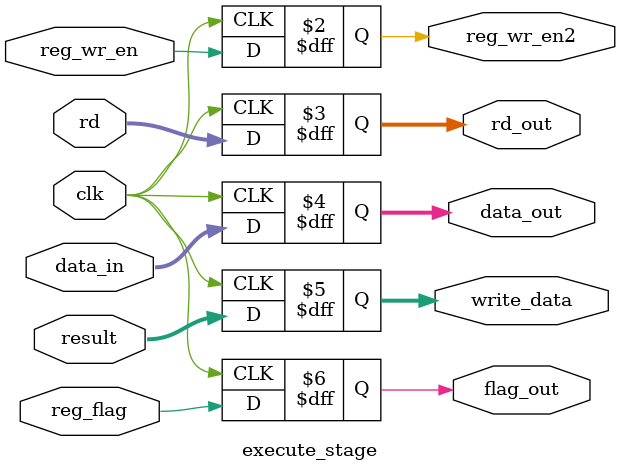
<source format=v>
module execute_stage(
input clk,
input reg_flag,
input [31:0]result,
input reg_wr_en,
input [4:0]rd,
input [31:0]data_in,	
output reg reg_wr_en2,
output reg  [4:0]rd_out,
output  reg [31:0]data_out,
output reg[31:0]write_data,
output reg flag_out
);

always@(posedge clk)
begin
flag_out <= reg_flag;
reg_wr_en2 <= reg_wr_en;
rd_out <= rd;
data_out <= data_in;
write_data <= result;
end
endmodule


</source>
